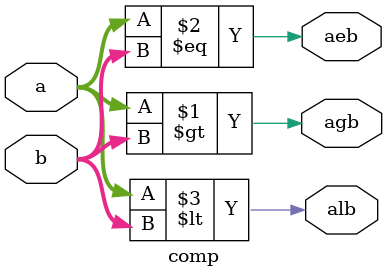
<source format=v>
module comp #(parameter n = 4) (a, b, agb, aeb, alb);
    
    input [n-1:0] a, b;
    output agb, aeb, alb;

    assign agb = a > b;
    assign aeb = a == b;
    assign alb = a < b;
endmodule
</source>
